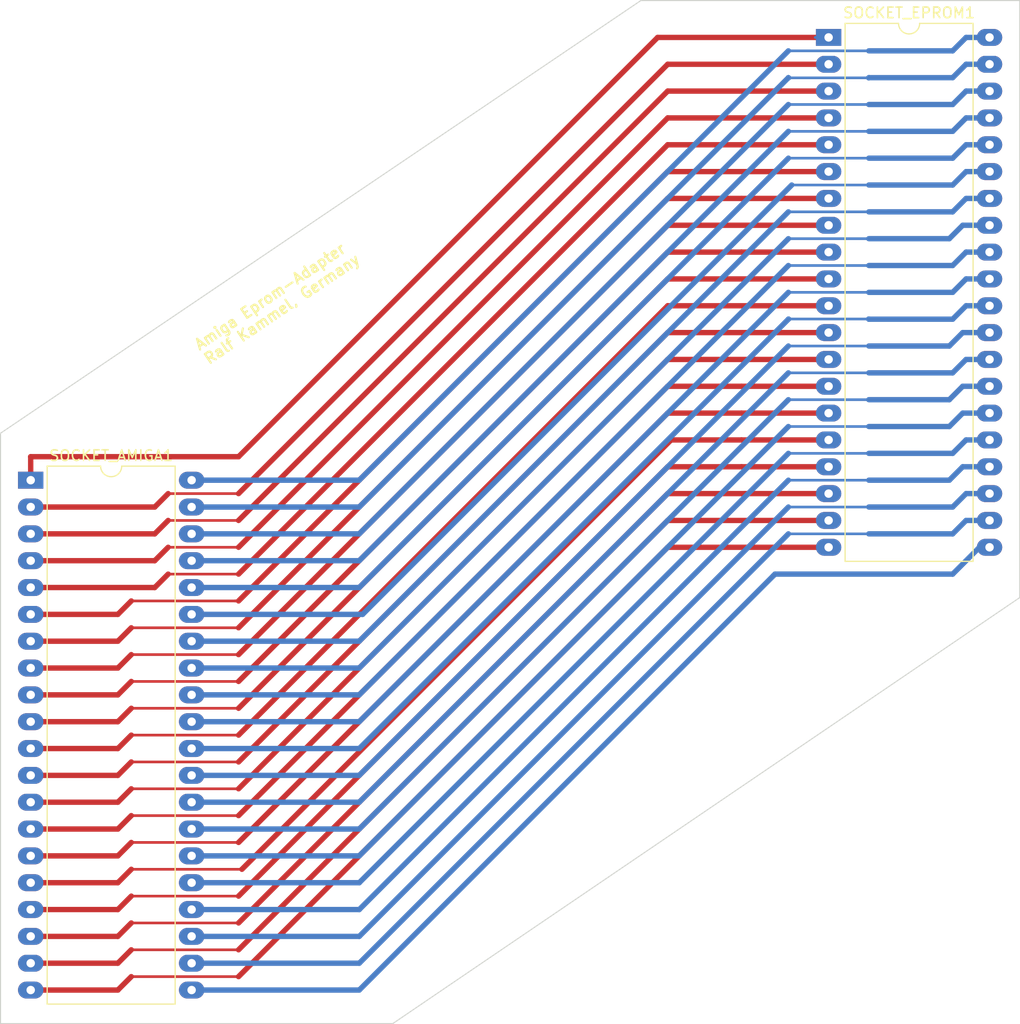
<source format=kicad_pcb>
(kicad_pcb (version 20221018) (generator pcbnew)
  (layers (0 "F.Cu" signal) (31 "B.Cu" signal) (34 "B.Paste" user) (35 "F.Paste" user) (36 "B.SilkS" user "B.Silkscreen") (37 "F.SilkS" user "F.Silkscreen") (38 "B.Mask" user) (39 "F.Mask" user) (44 "Edge.Cuts" user))
  (net 0 "")
  (net 1 "/A17")
  (net 2 "/A7")
  (net 3 "/A6")
  (net 4 "/A5")
  (net 5 "/A4")
  (net 6 "/A3")
  (net 7 "/A2")
  (net 8 "/A1")
  (net 9 "/A0")
  (net 10 "/~{E}")
  (net 11 "Net-(SOCKET_AMIGA1-Pad11)")
  (net 12 "/~{G}")
  (net 13 "/Q0")
  (net 14 "/Q8")
  (net 15 "/Q1")
  (net 16 "/Q9")
  (net 17 "/Q2")
  (net 18 "/Q10")
  (net 19 "/Q3")
  (net 20 "/Q11")
  (net 21 "Net-(SOCKET_AMIGA1-Pad21)")
  (net 22 "/Q4")
  (net 23 "/Q12")
  (net 24 "/Q5")
  (net 25 "/Q13")
  (net 26 "/Q6")
  (net 27 "/Q14")
  (net 28 "/Q7")
  (net 29 "/Q15")
  (net 30 "/A16")
  (net 31 "/A15")
  (net 32 "/A14")
  (net 33 "/A13")
  (net 34 "/A12")
  (net 35 "/A11")
  (net 36 "/A10")
  (net 37 "/A9")
  (net 38 "/A8")
  (net 39 "Net-(SOCKET_AMIGA1-Pad30)")
  (net 40 "Net-(SOCKET_AMIGA1-Pad31)")
  (footprint "Library:DIP-40_W15.24mm_LongPads" (layer "F.Cu") (at 176.53 38.735)
    (fp_text reference "SOCKET_EPROM1" (at 7.62 -2.33) (layer "F.SilkS"))
    (fp_text value "DIL40")
    (fp_line (start 1.56 -1.33) (end 1.56 49.59) (stroke (width 0.12)) (layer "F.SilkS"))
    (fp_line (start 1.56 49.59) (end 13.68 49.59) (stroke (width 0.12)) (layer "F.SilkS"))
    (fp_line (start 6.62 -1.33) (end 1.56 -1.33) (stroke (width 0.12)) (layer "F.SilkS"))
    (fp_line (start 13.68 -1.33) (end 8.62 -1.33) (stroke (width 0.12)) (layer "F.SilkS"))
    (fp_line (start 13.68 49.59) (end 13.68 -1.33) (stroke (width 0.12)) (layer "F.SilkS"))
    (fp_arc (start 8.62 -1.33) (mid 7.62 -0.33) (end 6.62 -1.33) (stroke (width 0.12)) (layer "F.SilkS"))
    (pad "1" thru_hole rect (at 0 0) (size 2.4 1.6) (drill 0.8) (layers "*.Cu" "*.Mask") (net 1 "/A17"))
    (pad "2" thru_hole oval (at 0 2.54) (size 2.4 1.6) (drill 0.8) (layers "*.Cu" "*.Mask") (net 2 "/A7"))
    (pad "3" thru_hole oval (at 0 5.08) (size 2.4 1.6) (drill 0.8) (layers "*.Cu" "*.Mask") (net 3 "/A6"))
    (pad "4" thru_hole oval (at 0 7.62) (size 2.4 1.6) (drill 0.8) (layers "*.Cu" "*.Mask") (net 4 "/A5"))
    (pad "5" thru_hole oval (at 0 10.16) (size 2.4 1.6) (drill 0.8) (layers "*.Cu" "*.Mask") (net 5 "/A4"))
    (pad "6" thru_hole oval (at 0 12.7) (size 2.4 1.6) (drill 0.8) (layers "*.Cu" "*.Mask") (net 6 "/A3"))
    (pad "7" thru_hole oval (at 0 15.24) (size 2.4 1.6) (drill 0.8) (layers "*.Cu" "*.Mask") (net 7 "/A2"))
    (pad "8" thru_hole oval (at 0 17.78) (size 2.4 1.6) (drill 0.8) (layers "*.Cu" "*.Mask") (net 8 "/A1"))
    (pad "9" thru_hole oval (at 0 20.32) (size 2.4 1.6) (drill 0.8) (layers "*.Cu" "*.Mask") (net 9 "/A0"))
    (pad "10" thru_hole oval (at 0 22.86) (size 2.4 1.6) (drill 0.8) (layers "*.Cu" "*.Mask") (net 10 "/~{E}"))
    (pad "11" thru_hole oval (at 0 25.4) (size 2.4 1.6) (drill 0.8) (layers "*.Cu" "*.Mask") (net 11 "Net-(SOCKET_AMIGA1-Pad11)"))
    (pad "12" thru_hole oval (at 0 27.94) (size 2.4 1.6) (drill 0.8) (layers "*.Cu" "*.Mask") (net 12 "/~{G}"))
    (pad "13" thru_hole oval (at 0 30.48) (size 2.4 1.6) (drill 0.8) (layers "*.Cu" "*.Mask") (net 13 "/Q0"))
    (pad "14" thru_hole oval (at 0 33.02) (size 2.4 1.6) (drill 0.8) (layers "*.Cu" "*.Mask") (net 14 "/Q8"))
    (pad "15" thru_hole oval (at 0 35.56) (size 2.4 1.6) (drill 0.8) (layers "*.Cu" "*.Mask") (net 15 "/Q1"))
    (pad "16" thru_hole oval (at 0 38.1) (size 2.4 1.6) (drill 0.8) (layers "*.Cu" "*.Mask") (net 16 "/Q9"))
    (pad "17" thru_hole oval (at 0 40.64) (size 2.4 1.6) (drill 0.8) (layers "*.Cu" "*.Mask") (net 17 "/Q2"))
    (pad "18" thru_hole oval (at 0 43.18) (size 2.4 1.6) (drill 0.8) (layers "*.Cu" "*.Mask") (net 18 "/Q10"))
    (pad "19" thru_hole oval (at 0 45.72) (size 2.4 1.6) (drill 0.8) (layers "*.Cu" "*.Mask") (net 19 "/Q3"))
    (pad "20" thru_hole oval (at 0 48.26) (size 2.4 1.6) (drill 0.8) (layers "*.Cu" "*.Mask") (net 20 "/Q11"))
    (pad "21" thru_hole oval (at 15.24 48.26) (size 2.4 1.6) (drill 0.8) (layers "*.Cu" "*.Mask") (net 21 "Net-(SOCKET_AMIGA1-Pad21)"))
    (pad "22" thru_hole oval (at 15.24 45.72) (size 2.4 1.6) (drill 0.8) (layers "*.Cu" "*.Mask") (net 22 "/Q4"))
    (pad "23" thru_hole oval (at 15.24 43.18) (size 2.4 1.6) (drill 0.8) (layers "*.Cu" "*.Mask") (net 23 "/Q12"))
    (pad "24" thru_hole oval (at 15.24 40.64) (size 2.4 1.6) (drill 0.8) (layers "*.Cu" "*.Mask") (net 24 "/Q5"))
    (pad "25" thru_hole oval (at 15.24 38.1) (size 2.4 1.6) (drill 0.8) (layers "*.Cu" "*.Mask") (net 25 "/Q13"))
    (pad "26" thru_hole oval (at 15.24 35.56) (size 2.4 1.6) (drill 0.8) (layers "*.Cu" "*.Mask") (net 26 "/Q6"))
    (pad "27" thru_hole oval (at 15.24 33.02) (size 2.4 1.6) (drill 0.8) (layers "*.Cu" "*.Mask") (net 27 "/Q14"))
    (pad "28" thru_hole oval (at 15.24 30.48) (size 2.4 1.6) (drill 0.8) (layers "*.Cu" "*.Mask") (net 28 "/Q7"))
    (pad "29" thru_hole oval (at 15.24 27.94) (size 2.4 1.6) (drill 0.8) (layers "*.Cu" "*.Mask") (net 29 "/Q15"))
    (pad "30" thru_hole oval (at 15.24 25.4) (size 2.4 1.6) (drill 0.8) (layers "*.Cu" "*.Mask") (net 39 "Net-(SOCKET_AMIGA1-Pad30)"))
    (pad "31" thru_hole oval (at 15.24 22.86) (size 2.4 1.6) (drill 0.8) (layers "*.Cu" "*.Mask") (net 40 "Net-(SOCKET_AMIGA1-Pad31)"))
    (pad "32" thru_hole oval (at 15.24 20.32) (size 2.4 1.6) (drill 0.8) (layers "*.Cu" "*.Mask") (net 30 "/A16"))
    (pad "33" thru_hole oval (at 15.24 17.78) (size 2.4 1.6) (drill 0.8) (layers "*.Cu" "*.Mask") (net 31 "/A15"))
    (pad "34" thru_hole oval (at 15.24 15.24) (size 2.4 1.6) (drill 0.8) (layers "*.Cu" "*.Mask") (net 32 "/A14"))
    (pad "35" thru_hole oval (at 15.24 12.7) (size 2.4 1.6) (drill 0.8) (layers "*.Cu" "*.Mask") (net 33 "/A13"))
    (pad "36" thru_hole oval (at 15.24 10.16) (size 2.4 1.6) (drill 0.8) (layers "*.Cu" "*.Mask") (net 34 "/A12"))
    (pad "37" thru_hole oval (at 15.24 7.62) (size 2.4 1.6) (drill 0.8) (layers "*.Cu" "*.Mask") (net 35 "/A11"))
    (pad "38" thru_hole oval (at 15.24 5.08) (size 2.4 1.6) (drill 0.8) (layers "*.Cu" "*.Mask") (net 36 "/A10"))
    (pad "39" thru_hole oval (at 15.24 2.54) (size 2.4 1.6) (drill 0.8) (layers "*.Cu" "*.Mask") (net 37 "/A9"))
    (pad "40" thru_hole oval (at 15.24 0) (size 2.4 1.6) (drill 0.8) (layers "*.Cu" "*.Mask") (net 38 "/A8"))
  )
  (footprint "Library:DIP-40_W15.24mm_LongPads" (layer "F.Cu") (at 100.965 80.645)
    (fp_text reference "SOCKET_AMIGA1" (at 7.62 -2.33) (layer "F.SilkS"))
    (fp_text value "DIL40")
    (fp_line (start 1.56 -1.33) (end 1.56 49.59) (stroke (width 0.12)) (layer "F.SilkS"))
    (fp_line (start 1.56 49.59) (end 13.68 49.59) (stroke (width 0.12)) (layer "F.SilkS"))
    (fp_line (start 6.62 -1.33) (end 1.56 -1.33) (stroke (width 0.12)) (layer "F.SilkS"))
    (fp_line (start 13.68 -1.33) (end 8.62 -1.33) (stroke (width 0.12)) (layer "F.SilkS"))
    (fp_line (start 13.68 49.59) (end 13.68 -1.33) (stroke (width 0.12)) (layer "F.SilkS"))
    (fp_arc (start 8.62 -1.33) (mid 7.62 -0.33) (end 6.62 -1.33) (stroke (width 0.12)) (layer "F.SilkS"))
    (pad "1" thru_hole rect (at 0 0) (size 2.4 1.6) (drill 0.8) (layers "*.Cu" "*.Mask") (net 1 "/A17"))
    (pad "2" thru_hole oval (at 0 2.54) (size 2.4 1.6) (drill 0.8) (layers "*.Cu" "*.Mask") (net 2 "/A7"))
    (pad "3" thru_hole oval (at 0 5.08) (size 2.4 1.6) (drill 0.8) (layers "*.Cu" "*.Mask") (net 3 "/A6"))
    (pad "4" thru_hole oval (at 0 7.62) (size 2.4 1.6) (drill 0.8) (layers "*.Cu" "*.Mask") (net 4 "/A5"))
    (pad "5" thru_hole oval (at 0 10.16) (size 2.4 1.6) (drill 0.8) (layers "*.Cu" "*.Mask") (net 5 "/A4"))
    (pad "6" thru_hole oval (at 0 12.7) (size 2.4 1.6) (drill 0.8) (layers "*.Cu" "*.Mask") (net 6 "/A3"))
    (pad "7" thru_hole oval (at 0 15.24) (size 2.4 1.6) (drill 0.8) (layers "*.Cu" "*.Mask") (net 7 "/A2"))
    (pad "8" thru_hole oval (at 0 17.78) (size 2.4 1.6) (drill 0.8) (layers "*.Cu" "*.Mask") (net 8 "/A1"))
    (pad "9" thru_hole oval (at 0 20.32) (size 2.4 1.6) (drill 0.8) (layers "*.Cu" "*.Mask") (net 9 "/A0"))
    (pad "10" thru_hole oval (at 0 22.86) (size 2.4 1.6) (drill 0.8) (layers "*.Cu" "*.Mask") (net 10 "/~{E}"))
    (pad "11" thru_hole oval (at 0 25.4) (size 2.4 1.6) (drill 0.8) (layers "*.Cu" "*.Mask") (net 11 "Net-(SOCKET_AMIGA1-Pad11)"))
    (pad "12" thru_hole oval (at 0 27.94) (size 2.4 1.6) (drill 0.8) (layers "*.Cu" "*.Mask") (net 12 "/~{G}"))
    (pad "13" thru_hole oval (at 0 30.48) (size 2.4 1.6) (drill 0.8) (layers "*.Cu" "*.Mask") (net 13 "/Q0"))
    (pad "14" thru_hole oval (at 0 33.02) (size 2.4 1.6) (drill 0.8) (layers "*.Cu" "*.Mask") (net 14 "/Q8"))
    (pad "15" thru_hole oval (at 0 35.56) (size 2.4 1.6) (drill 0.8) (layers "*.Cu" "*.Mask") (net 15 "/Q1"))
    (pad "16" thru_hole oval (at 0 38.1) (size 2.4 1.6) (drill 0.8) (layers "*.Cu" "*.Mask") (net 16 "/Q9"))
    (pad "17" thru_hole oval (at 0 40.64) (size 2.4 1.6) (drill 0.8) (layers "*.Cu" "*.Mask") (net 17 "/Q2"))
    (pad "18" thru_hole oval (at 0 43.18) (size 2.4 1.6) (drill 0.8) (layers "*.Cu" "*.Mask") (net 18 "/Q10"))
    (pad "19" thru_hole oval (at 0 45.72) (size 2.4 1.6) (drill 0.8) (layers "*.Cu" "*.Mask") (net 19 "/Q3"))
    (pad "20" thru_hole oval (at 0 48.26) (size 2.4 1.6) (drill 0.8) (layers "*.Cu" "*.Mask") (net 20 "/Q11"))
    (pad "21" thru_hole oval (at 15.24 48.26) (size 2.4 1.6) (drill 0.8) (layers "*.Cu" "*.Mask") (net 21 "Net-(SOCKET_AMIGA1-Pad21)"))
    (pad "22" thru_hole oval (at 15.24 45.72) (size 2.4 1.6) (drill 0.8) (layers "*.Cu" "*.Mask") (net 22 "/Q4"))
    (pad "23" thru_hole oval (at 15.24 43.18) (size 2.4 1.6) (drill 0.8) (layers "*.Cu" "*.Mask") (net 23 "/Q12"))
    (pad "24" thru_hole oval (at 15.24 40.64) (size 2.4 1.6) (drill 0.8) (layers "*.Cu" "*.Mask") (net 24 "/Q5"))
    (pad "25" thru_hole oval (at 15.24 38.1) (size 2.4 1.6) (drill 0.8) (layers "*.Cu" "*.Mask") (net 25 "/Q13"))
    (pad "26" thru_hole oval (at 15.24 35.56) (size 2.4 1.6) (drill 0.8) (layers "*.Cu" "*.Mask") (net 26 "/Q6"))
    (pad "27" thru_hole oval (at 15.24 33.02) (size 2.4 1.6) (drill 0.8) (layers "*.Cu" "*.Mask") (net 27 "/Q14"))
    (pad "28" thru_hole oval (at 15.24 30.48) (size 2.4 1.6) (drill 0.8) (layers "*.Cu" "*.Mask") (net 28 "/Q7"))
    (pad "29" thru_hole oval (at 15.24 27.94) (size 2.4 1.6) (drill 0.8) (layers "*.Cu" "*.Mask") (net 29 "/Q15"))
    (pad "30" thru_hole oval (at 15.24 25.4) (size 2.4 1.6) (drill 0.8) (layers "*.Cu" "*.Mask") (net 39 "Net-(SOCKET_AMIGA1-Pad30)"))
    (pad "31" thru_hole oval (at 15.24 22.86) (size 2.4 1.6) (drill 0.8) (layers "*.Cu" "*.Mask") (net 40 "Net-(SOCKET_AMIGA1-Pad31)"))
    (pad "32" thru_hole oval (at 15.24 20.32) (size 2.4 1.6) (drill 0.8) (layers "*.Cu" "*.Mask") (net 30 "/A16"))
    (pad "33" thru_hole oval (at 15.24 17.78) (size 2.4 1.6) (drill 0.8) (layers "*.Cu" "*.Mask") (net 31 "/A15"))
    (pad "34" thru_hole oval (at 15.24 15.24) (size 2.4 1.6) (drill 0.8) (layers "*.Cu" "*.Mask") (net 32 "/A14"))
    (pad "35" thru_hole oval (at 15.24 12.7) (size 2.4 1.6) (drill 0.8) (layers "*.Cu" "*.Mask") (net 33 "/A13"))
    (pad "36" thru_hole oval (at 15.24 10.16) (size 2.4 1.6) (drill 0.8) (layers "*.Cu" "*.Mask") (net 34 "/A12"))
    (pad "37" thru_hole oval (at 15.24 7.62) (size 2.4 1.6) (drill 0.8) (layers "*.Cu" "*.Mask") (net 35 "/A11"))
    (pad "38" thru_hole oval (at 15.24 5.08) (size 2.4 1.6) (drill 0.8) (layers "*.Cu" "*.Mask") (net 36 "/A10"))
    (pad "39" thru_hole oval (at 15.24 2.54) (size 2.4 1.6) (drill 0.8) (layers "*.Cu" "*.Mask") (net 37 "/A9"))
    (pad "40" thru_hole oval (at 15.24 0) (size 2.4 1.6) (drill 0.8) (layers "*.Cu" "*.Mask") (net 38 "/A8"))
  )
  (gr_line (start 98.1075 132.08) (end 135.255 132.08) (stroke (width 0.1)) (layer "Edge.Cuts"))
  (gr_line (start 194.6275 35.2425) (end 194.6275 91.7575) (stroke (width 0.1)) (layer "Edge.Cuts"))
  (gr_line (start 158.75 35.2425) (end 98.1075 76.2) (stroke (width 0.1)) (layer "Edge.Cuts"))
  (gr_line (start 194.6275 35.2425) (end 158.75 35.2425) (stroke (width 0.1)) (layer "Edge.Cuts"))
  (gr_line (start 98.1075 132.08) (end 98.1075 76.2) (stroke (width 0.1)) (layer "Edge.Cuts"))
  (gr_line (start 135.255 132.08) (end 194.6275 91.7575) (stroke (width 0.1)) (layer "Edge.Cuts"))
  (gr_text "Amiga Eprom-Adapter\nRalf Kammel, Germany" (at 117.7925 69.85 34) (layer "F.SilkS") (effects (font (size 1 1) (thickness 0.2) bold) (justify left bottom)))
  (segment (start 176.53 38.735) (end 160.3375 38.735) (width 0.508) (layer "F.Cu") (net 1))
  (segment (start 120.65 78.4225) (end 100.965 78.4225) (width 0.508) (layer "F.Cu") (net 1))
  (segment (start 100.965 78.4225) (end 100.965 80.645) (width 0.508) (layer "F.Cu") (net 1))
  (segment (start 160.3375 38.735) (end 120.65 78.4225) (width 0.508) (layer "F.Cu") (net 1))
  (segment (start 175.26 38.735) (end 176.53 38.735) (width 0.25) (layer "B.Cu") (net 1))
  (segment (start 112.7125 83.185) (end 101.0825 83.185) (width 0.508) (layer "F.Cu") (net 2))
  (segment (start 161.29 41.275) (end 176.53 41.275) (width 0.508) (layer "F.Cu") (net 2))
  (segment (start 120.65 81.915) (end 161.29 41.275) (width 0.508) (layer "F.Cu") (net 2))
  (segment (start 113.9825 81.915) (end 112.7125 83.185) (width 0.508) (layer "F.Cu") (net 2))
  (segment (start 113.9825 81.915) (end 120.65 81.915) (width 0.25) (layer "F.Cu") (net 2))
  (segment (start 161.29 43.815) (end 176.53 43.815) (width 0.508) (layer "F.Cu") (net 3))
  (segment (start 113.9825 84.455) (end 112.7125 85.725) (width 0.508) (layer "F.Cu") (net 3))
  (segment (start 120.65 84.455) (end 161.29 43.815) (width 0.508) (layer "F.Cu") (net 3))
  (segment (start 113.9825 84.455) (end 120.65 84.455) (width 0.25) (layer "F.Cu") (net 3))
  (segment (start 112.7125 85.725) (end 101.0825 85.725) (width 0.508) (layer "F.Cu") (net 3))
  (segment (start 113.9825 86.995) (end 112.7125 88.265) (width 0.508) (layer "F.Cu") (net 4))
  (segment (start 112.7125 88.265) (end 101.0825 88.265) (width 0.508) (layer "F.Cu") (net 4))
  (segment (start 161.29 46.355) (end 176.53 46.355) (width 0.508) (layer "F.Cu") (net 4))
  (segment (start 113.9825 86.995) (end 120.65 86.995) (width 0.25) (layer "F.Cu") (net 4))
  (segment (start 120.65 86.995) (end 161.29 46.355) (width 0.508) (layer "F.Cu") (net 4))
  (segment (start 176.53 48.895) (end 168.275 48.895) (width 0.508) (layer "F.Cu") (net 5))
  (segment (start 120.65 89.535) (end 161.29 48.895) (width 0.508) (layer "F.Cu") (net 5))
  (segment (start 113.9825 89.535) (end 112.7125 90.805) (width 0.508) (layer "F.Cu") (net 5))
  (segment (start 113.9825 89.535) (end 120.65 89.535) (width 0.25) (layer "F.Cu") (net 5))
  (segment (start 112.7125 90.805) (end 101.0825 90.805) (width 0.508) (layer "F.Cu") (net 5))
  (segment (start 161.29 48.895) (end 168.275 48.895) (width 0.508) (layer "F.Cu") (net 5))
  (segment (start 176.53 51.435) (end 161.29 51.435) (width 0.508) (layer "F.Cu") (net 6))
  (segment (start 120.3325 92.075) (end 120.65 92.075) (width 0.25) (layer "F.Cu") (net 6))
  (segment (start 161.29 51.435) (end 120.65 92.075) (width 0.508) (layer "F.Cu") (net 6))
  (segment (start 109.22 93.345) (end 110.49 92.075) (width 0.508) (layer "F.Cu") (net 6))
  (segment (start 110.49 92.075) (end 120.3325 92.075) (width 0.25) (layer "F.Cu") (net 6))
  (segment (start 101.0825 93.345) (end 109.22 93.345) (width 0.508) (layer "F.Cu") (net 6))
  (segment (start 101.0825 95.885) (end 109.22 95.885) (width 0.508) (layer "F.Cu") (net 7))
  (segment (start 161.29 53.975) (end 168.275 53.975) (width 0.508) (layer "F.Cu") (net 7))
  (segment (start 110.49 94.615) (end 120.65 94.615) (width 0.25) (layer "F.Cu") (net 7))
  (segment (start 109.22 95.885) (end 110.49 94.615) (width 0.508) (layer "F.Cu") (net 7))
  (segment (start 120.65 94.615) (end 161.29 53.975) (width 0.508) (layer "F.Cu") (net 7))
  (segment (start 176.53 53.975) (end 168.275 53.975) (width 0.508) (layer "F.Cu") (net 7))
  (segment (start 161.29 56.515) (end 120.65 97.155) (width 0.508) (layer "F.Cu") (net 8))
  (segment (start 176.53 56.515) (end 161.29 56.515) (width 0.508) (layer "F.Cu") (net 8))
  (segment (start 109.22 98.425) (end 110.49 97.155) (width 0.508) (layer "F.Cu") (net 8))
  (segment (start 101.0825 98.425) (end 109.22 98.425) (width 0.508) (layer "F.Cu") (net 8))
  (segment (start 110.49 97.155) (end 120.65 97.155) (width 0.25) (layer "F.Cu") (net 8))
  (segment (start 101.0825 100.965) (end 109.22 100.965) (width 0.508) (layer "F.Cu") (net 9))
  (segment (start 120.65 99.695) (end 161.29 59.055) (width 0.508) (layer "F.Cu") (net 9))
  (segment (start 109.22 100.965) (end 110.49 99.695) (width 0.508) (layer "F.Cu") (net 9))
  (segment (start 161.29 59.055) (end 168.275 59.055) (width 0.508) (layer "F.Cu") (net 9))
  (segment (start 110.49 99.695) (end 120.65 99.695) (width 0.25) (layer "F.Cu") (net 9))
  (segment (start 176.53 59.055) (end 168.275 59.055) (width 0.508) (layer "F.Cu") (net 9))
  (segment (start 176.53 61.595) (end 161.29 61.595) (width 0.508) (layer "F.Cu") (net 10))
  (segment (start 101.0825 103.505) (end 109.22 103.505) (width 0.508) (layer "F.Cu") (net 10))
  (segment (start 161.29 61.595) (end 120.65 102.235) (width 0.508) (layer "F.Cu") (net 10))
  (segment (start 110.49 102.235) (end 120.65 102.235) (width 0.25) (layer "F.Cu") (net 10))
  (segment (start 109.22 103.505) (end 110.49 102.235) (width 0.508) (layer "F.Cu") (net 10))
  (segment (start 100.965 106.045) (end 109.22 106.045) (width 0.508) (layer "F.Cu") (net 11))
  (segment (start 176.53 64.135) (end 161.29 64.135) (width 0.508) (layer "F.Cu") (net 11))
  (segment (start 110.49 104.775) (end 120.65 104.775) (width 0.25) (layer "F.Cu") (net 11))
  (segment (start 109.22 106.045) (end 110.49 104.775) (width 0.508) (layer "F.Cu") (net 11))
  (segment (start 161.29 64.135) (end 120.65 104.775) (width 0.508) (layer "F.Cu") (net 11))
  (segment (start 176.53 66.675) (end 168.275 66.675) (width 0.508) (layer "F.Cu") (net 12))
  (segment (start 110.49 107.315) (end 120.65 107.315) (width 0.25) (layer "F.Cu") (net 12))
  (segment (start 109.22 108.585) (end 110.49 107.315) (width 0.508) (layer "F.Cu") (net 12))
  (segment (start 120.65 107.315) (end 161.29 66.675) (width 0.508) (layer "F.Cu") (net 12))
  (segment (start 101.0825 108.585) (end 109.22 108.585) (width 0.508) (layer "F.Cu") (net 12))
  (segment (start 161.29 66.675) (end 168.275 66.675) (width 0.508) (layer "F.Cu") (net 12))
  (segment (start 176.53 69.215) (end 168.275 69.215) (width 0.508) (layer "F.Cu") (net 13))
  (segment (start 110.49 109.855) (end 120.65 109.855) (width 0.25) (layer "F.Cu") (net 13))
  (segment (start 120.65 109.855) (end 161.29 69.215) (width 0.508) (layer "F.Cu") (net 13))
  (segment (start 101.0825 111.125) (end 109.22 111.125) (width 0.508) (layer "F.Cu") (net 13))
  (segment (start 109.22 111.125) (end 110.49 109.855) (width 0.508) (layer "F.Cu") (net 13))
  (segment (start 161.29 69.215) (end 168.275 69.215) (width 0.508) (layer "F.Cu") (net 13))
  (segment (start 120.65 112.395) (end 161.29 71.755) (width 0.508) (layer "F.Cu") (net 14))
  (segment (start 109.22 113.665) (end 110.49 112.395) (width 0.508) (layer "F.Cu") (net 14))
  (segment (start 101.0825 113.665) (end 109.22 113.665) (width 0.508) (layer "F.Cu") (net 14))
  (segment (start 176.53 71.755) (end 168.275 71.755) (width 0.508) (layer "F.Cu") (net 14))
  (segment (start 161.29 71.755) (end 168.275 71.755) (width 0.508) (layer "F.Cu") (net 14))
  (segment (start 110.49 112.395) (end 120.65 112.395) (width 0.25) (layer "F.Cu") (net 14))
  (segment (start 101.0825 116.205) (end 109.22 116.205) (width 0.508) (layer "F.Cu") (net 15))
  (segment (start 109.22 116.205) (end 110.49 114.935) (width 0.508) (layer "F.Cu") (net 15))
  (segment (start 176.53 74.295) (end 168.275 74.295) (width 0.508) (layer "F.Cu") (net 15))
  (segment (start 110.49 114.935) (end 120.65 114.935) (width 0.25) (layer "F.Cu") (net 15))
  (segment (start 120.65 114.935) (end 161.29 74.295) (width 0.508) (layer "F.Cu") (net 15))
  (segment (start 161.29 74.295) (end 168.275 74.295) (width 0.508) (layer "F.Cu") (net 15))
  (segment (start 120.9675 117.475) (end 161.6075 76.835) (width 0.508) (layer "F.Cu") (net 16))
  (segment (start 110.49 117.475) (end 120.9675 117.475) (width 0.25) (layer "F.Cu") (net 16))
  (segment (start 161.6075 76.835) (end 168.275 76.835) (width 0.508) (layer "F.Cu") (net 16))
  (segment (start 109.22 118.745) (end 110.49 117.475) (width 0.508) (layer "F.Cu") (net 16))
  (segment (start 101.0825 118.745) (end 109.22 118.745) (width 0.508) (layer "F.Cu") (net 16))
  (segment (start 176.53 76.835) (end 168.275 76.835) (width 0.508) (layer "F.Cu") (net 16))
  (segment (start 161.29 79.375) (end 168.275 79.375) (width 0.508) (layer "F.Cu") (net 17))
  (segment (start 120.65 120.015) (end 161.29 79.375) (width 0.508) (layer "F.Cu") (net 17))
  (segment (start 101.0825 121.285) (end 109.22 121.285) (width 0.508) (layer "F.Cu") (net 17))
  (segment (start 110.49 120.015) (end 120.65 120.015) (width 0.25) (layer "F.Cu") (net 17))
  (segment (start 109.22 121.285) (end 110.49 120.015) (width 0.508) (layer "F.Cu") (net 17))
  (segment (start 176.53 79.375) (end 168.275 79.375) (width 0.508) (layer "F.Cu") (net 17))
  (segment (start 109.22 123.825) (end 110.49 122.555) (width 0.508) (layer "F.Cu") (net 18))
  (segment (start 161.29 81.915) (end 168.5925 81.915) (width 0.508) (layer "F.Cu") (net 18))
  (segment (start 101.0825 123.825) (end 109.22 123.825) (width 0.508) (layer "F.Cu") (net 18))
  (segment (start 176.53 81.915) (end 168.5925 81.915) (width 0.508) (layer "F.Cu") (net 18))
  (segment (start 110.49 122.555) (end 120.65 122.555) (width 0.25) (layer "F.Cu") (net 18))
  (segment (start 120.65 122.555) (end 161.29 81.915) (width 0.508) (layer "F.Cu") (net 18))
  (segment (start 120.65 125.095) (end 161.29 84.455) (width 0.508) (layer "F.Cu") (net 19))
  (segment (start 110.49 125.095) (end 120.65 125.095) (width 0.25) (layer "F.Cu") (net 19))
  (segment (start 109.22 126.365) (end 110.49 125.095) (width 0.508) (layer "F.Cu") (net 19))
  (segment (start 101.0825 126.365) (end 109.22 126.365) (width 0.508) (layer "F.Cu") (net 19))
  (segment (start 161.29 84.455) (end 176.53 84.455) (width 0.508) (layer "F.Cu") (net 19))
  (segment (start 101.0825 128.905) (end 109.22 128.905) (width 0.508) (layer "F.Cu") (net 20))
  (segment (start 161.29 86.995) (end 176.53 86.995) (width 0.508) (layer "F.Cu") (net 20))
  (segment (start 110.49 127.635) (end 120.65 127.635) (width 0.25) (layer "F.Cu") (net 20))
  (segment (start 120.65 127.635) (end 161.29 86.995) (width 0.508) (layer "F.Cu") (net 20))
  (segment (start 109.22 128.905) (end 110.49 127.635) (width 0.508) (layer "F.Cu") (net 20))
  (segment (start 188.2775 89.535) (end 171.45 89.535) (width 0.508) (layer "B.Cu") (net 21))
  (segment (start 190.8175 86.995) (end 188.2775 89.535) (width 0.508) (layer "B.Cu") (net 21))
  (segment (start 191.77 86.995) (end 190.8175 86.995) (width 0.508) (layer "B.Cu") (net 21))
  (segment (start 171.45 89.535) (end 171.29125 89.69375) (width 0.508) (layer "B.Cu") (net 21))
  (segment (start 116.3225 128.905) (end 132.08 128.905) (width 0.508) (layer "B.Cu") (net 21))
  (segment (start 132.08 128.905) (end 171.29125 89.69375) (width 0.508) (layer "B.Cu") (net 21))
  (segment (start 191.77 84.455) (end 189.5475 84.455) (width 0.508) (layer "B.Cu") (net 22))
  (segment (start 172.72 85.725) (end 132.08 126.365) (width 0.508) (layer "B.Cu") (net 22))
  (segment (start 188.2775 85.725) (end 180.34 85.725) (width 0.508) (layer "B.Cu") (net 22))
  (segment (start 189.5475 84.455) (end 188.2775 85.725) (width 0.508) (layer "B.Cu") (net 22))
  (segment (start 116.3225 126.365) (end 132.08 126.365) (width 0.508) (layer "B.Cu") (net 22))
  (segment (start 172.72 85.725) (end 180.34 85.725) (width 0.25) (layer "B.Cu") (net 22))
  (segment (start 132.08 123.825) (end 172.72 83.185) (width 0.508) (layer "B.Cu") (net 23))
  (segment (start 189.5475 81.915) (end 188.2775 83.185) (width 0.508) (layer "B.Cu") (net 23))
  (segment (start 116.3225 123.825) (end 132.08 123.825) (width 0.508) (layer "B.Cu") (net 23))
  (segment (start 188.2775 83.185) (end 180.34 83.185) (width 0.508) (layer "B.Cu") (net 23))
  (segment (start 191.77 81.915) (end 189.5475 81.915) (width 0.508) (layer "B.Cu") (net 23))
  (segment (start 172.72 83.185) (end 180.34 83.185) (width 0.25) (layer "B.Cu") (net 23))
  (segment (start 191.77 79.375) (end 189.23 79.375) (width 0.508) (layer "B.Cu") (net 24))
  (segment (start 172.72 80.645) (end 180.34 80.645) (width 0.25) (layer "B.Cu") (net 24))
  (segment (start 187.96 80.645) (end 180.34 80.645) (width 0.508) (layer "B.Cu") (net 24))
  (segment (start 189.23 79.375) (end 187.96 80.645) (width 0.508) (layer "B.Cu") (net 24))
  (segment (start 132.08 121.285) (end 116.3225 121.285) (width 0.508) (layer "B.Cu") (net 24))
  (segment (start 172.72 80.645) (end 132.08 121.285) (width 0.508) (layer "B.Cu") (net 24))
  (segment (start 189.5475 76.835) (end 188.2775 78.105) (width 0.508) (layer "B.Cu") (net 25))
  (segment (start 188.2775 78.105) (end 180.34 78.105) (width 0.508) (layer "B.Cu") (net 25))
  (segment (start 172.72 78.105) (end 132.08 118.745) (width 0.508) (layer "B.Cu") (net 25))
  (segment (start 172.72 78.105) (end 180.34 78.105) (width 0.25) (layer "B.Cu") (net 25))
  (segment (start 191.77 76.835) (end 189.5475 76.835) (width 0.508) (layer "B.Cu") (net 25))
  (segment (start 116.3225 118.745) (end 132.08 118.745) (width 0.508) (layer "B.Cu") (net 25))
  (segment (start 172.72 75.565) (end 180.34 75.565) (width 0.25) (layer "B.Cu") (net 26))
  (segment (start 187.96 75.565) (end 180.34 75.565) (width 0.508) (layer "B.Cu") (net 26))
  (segment (start 189.23 74.295) (end 191.77 74.295) (width 0.508) (layer "B.Cu") (net 26))
  (segment (start 116.3225 116.205) (end 132.08 116.205) (width 0.508) (layer "B.Cu") (net 26))
  (segment (start 132.08 116.205) (end 172.72 75.565) (width 0.508) (layer "B.Cu") (net 26))
  (segment (start 187.96 75.565) (end 189.23 74.295) (width 0.508) (layer "B.Cu") (net 26))
  (segment (start 189.23 71.755) (end 187.96 73.025) (width 0.508) (layer "B.Cu") (net 27))
  (segment (start 132.08 113.665) (end 116.3225 113.665) (width 0.508) (layer "B.Cu") (net 27))
  (segment (start 187.96 73.025) (end 180.34 73.025) (width 0.508) (layer "B.Cu") (net 27))
  (segment (start 172.72 73.025) (end 132.08 113.665) (width 0.508) (layer "B.Cu") (net 27))
  (segment (start 172.72 73.025) (end 180.34 73.025) (width 0.25) (layer "B.Cu") (net 27))
  (segment (start 191.77 71.755) (end 189.23 71.755) (width 0.508) (layer "B.Cu") (net 27))
  (segment (start 188.2775 70.485) (end 180.34 70.485) (width 0.508) (layer "B.Cu") (net 28))
  (segment (start 172.72 70.485) (end 180.34 70.485) (width 0.25) (layer "B.Cu") (net 28))
  (segment (start 189.5475 69.215) (end 188.2775 70.485) (width 0.508) (layer "B.Cu") (net 28))
  (segment (start 116.3225 111.125) (end 132.08 111.125) (width 0.508) (layer "B.Cu") (net 28))
  (segment (start 132.08 111.125) (end 172.72 70.485) (width 0.508) (layer "B.Cu") (net 28))
  (segment (start 191.77 69.215) (end 189.5475 69.215) (width 0.508) (layer "B.Cu") (net 28))
  (segment (start 172.72 67.945) (end 180.34 67.945) (width 0.25) (layer "B.Cu") (net 29))
  (segment (start 187.96 67.945) (end 180.34 67.945) (width 0.508) (layer "B.Cu") (net 29))
  (segment (start 189.23 66.675) (end 187.96 67.945) (width 0.508) (layer "B.Cu") (net 29))
  (segment (start 191.77 66.675) (end 189.23 66.675) (width 0.508) (layer "B.Cu") (net 29))
  (segment (start 132.08 108.585) (end 116.3225 108.585) (width 0.508) (layer "B.Cu") (net 29))
  (segment (start 172.72 67.945) (end 132.08 108.585) (width 0.508) (layer "B.Cu") (net 29))
  (segment (start 188.2775 60.325) (end 180.34 60.325) (width 0.508) (layer "B.Cu") (net 30))
  (segment (start 132.08 100.965) (end 116.3225 100.965) (width 0.508) (layer "B.Cu") (net 30))
  (segment (start 172.72 60.325) (end 180.34 60.325) (width 0.25) (layer "B.Cu") (net 30))
  (segment (start 189.5475 59.055) (end 188.2775 60.325) (width 0.508) (layer "B.Cu") (net 30))
  (segment (start 191.77 59.055) (end 189.5475 59.055) (width 0.508) (layer "B.Cu") (net 30))
  (segment (start 172.72 60.325) (end 132.08 100.965) (width 0.508) (layer "B.Cu") (net 30))
  (segment (start 187.96 57.785) (end 189.23 56.515) (width 0.508) (layer "B.Cu") (net 31))
  (segment (start 116.3225 98.425) (end 132.08 98.425) (width 0.508) (layer "B.Cu") (net 31))
  (segment (start 172.72 57.785) (end 180.34 57.785) (width 0.25) (layer "B.Cu") (net 31))
  (segment (start 132.08 98.425) (end 172.72 57.785) (width 0.508) (layer "B.Cu") (net 31))
  (segment (start 189.23 56.515) (end 191.77 56.515) (width 0.508) (layer "B.Cu") (net 31))
  (segment (start 187.96 57.785) (end 180.34 57.785) (width 0.508) (layer "B.Cu") (net 31))
  (segment (start 132.08 95.885) (end 172.72 55.245) (width 0.508) (layer "B.Cu") (net 32))
  (segment (start 172.72 55.245) (end 180.34 55.245) (width 0.25) (layer "B.Cu") (net 32))
  (segment (start 188.2775 55.245) (end 180.34 55.245) (width 0.508) (layer "B.Cu") (net 32))
  (segment (start 191.77 53.975) (end 189.5475 53.975) (width 0.508) (layer "B.Cu") (net 32))
  (segment (start 189.5475 53.975) (end 188.2775 55.245) (width 0.508) (layer "B.Cu") (net 32))
  (segment (start 116.3225 95.885) (end 132.08 95.885) (width 0.508) (layer "B.Cu") (net 32))
  (segment (start 188.2775 52.705) (end 180.34 52.705) (width 0.508) (layer "B.Cu") (net 33))
  (segment (start 173.0375 52.705) (end 180.34 52.705) (width 0.25) (layer "B.Cu") (net 33))
  (segment (start 132.3975 93.345) (end 116.3225 93.345) (width 0.508) (layer "B.Cu") (net 33))
  (segment (start 173.0375 52.705) (end 132.3975 93.345) (width 0.508) (layer "B.Cu") (net 33))
  (segment (start 189.5475 51.435) (end 188.2775 52.705) (width 0.508) (layer "B.Cu") (net 33))
  (segment (start 191.77 51.435) (end 189.5475 51.435) (width 0.508) (layer "B.Cu") (net 33))
  (segment (start 172.72 50.165) (end 132.08 90.805) (width 0.508) (layer "B.Cu") (net 34))
  (segment (start 188.2775 50.165) (end 180.34 50.165) (width 0.508) (layer "B.Cu") (net 34))
  (segment (start 116.3225 90.805) (end 132.08 90.805) (width 0.508) (layer "B.Cu") (net 34))
  (segment (start 189.5475 48.895) (end 188.2775 50.165) (width 0.508) (layer "B.Cu") (net 34))
  (segment (start 191.77 48.895) (end 189.5475 48.895) (width 0.508) (layer "B.Cu") (net 34))
  (segment (start 172.72 50.165) (end 180.34 50.165) (width 0.25) (layer "B.Cu") (net 34))
  (segment (start 132.08 88.265) (end 172.72 47.625) (width 0.508) (layer "B.Cu") (net 35))
  (segment (start 188.2775 47.625) (end 180.34 47.625) (width 0.508) (layer "B.Cu") (net 35))
  (segment (start 188.2775 47.625) (end 189.5475 46.355) (width 0.508) (layer "B.Cu") (net 35))
  (segment (start 189.5475 46.355) (end 191.77 46.355) (width 0.508) (layer "B.Cu") (net 35))
  (segment (start 116.3225 88.265) (end 132.08 88.265) (width 0.508) (layer "B.Cu") (net 35))
  (segment (start 172.72 47.625) (end 180.34 47.625) (width 0.25) (layer "B.Cu") (net 35))
  (segment (start 172.72 45.085) (end 132.08 85.725) (width 0.508) (layer "B.Cu") (net 36))
  (segment (start 191.77 43.815) (end 189.5475 43.815) (width 0.508) (layer "B.Cu") (net 36))
  (segment (start 188.2775 45.085) (end 180.34 45.085) (width 0.508) (layer "B.Cu") (net 36))
  (segment (start 189.5475 43.815) (end 188.2775 45.085) (width 0.508) (layer "B.Cu") (net 36))
  (segment (start 116.3225 85.725) (end 132.08 85.725) (width 0.508) (layer "B.Cu") (net 36))
  (segment (start 172.72 45.085) (end 180.34 45.085) (width 0.25) (layer "B.Cu") (net 36))
  (segment (start 172.72 42.545) (end 132.08 83.185) (width 0.508) (layer "B.Cu") (net 37))
  (segment (start 132.08 83.185) (end 116.3225 83.185) (width 0.508) (layer "B.Cu") (net 37))
  (segment (start 188.2775 42.545) (end 180.34 42.545) (width 0.508) (layer "B.Cu") (net 37))
  (segment (start 191.77 41.275) (end 189.5475 41.275) (width 0.508) (layer "B.Cu") (net 37))
  (segment (start 172.72 42.545) (end 172.736 42.561) (width 0.508) (layer "B.Cu") (net 37))
  (segment (start 180.34 42.545) (end 180.324 42.561) (width 0.508) (layer "B.Cu") (net 37))
  (segment (start 172.736 42.561) (end 180.324 42.561) (width 0.25) (layer "B.Cu") (net 37))
  (segment (start 189.5475 41.275) (end 188.2775 42.545) (width 0.508) (layer "B.Cu") (net 37))
  (segment (start 132.08 80.645) (end 116.3225 80.645) (width 0.508) (layer "B.Cu") (net 38))
  (segment (start 188.2775 40.005) (end 180.34 40.005) (width 0.508) (layer "B.Cu") (net 38))
  (segment (start 191.77 38.735) (end 189.5475 38.735) (width 0.508) (layer "B.Cu") (net 38))
  (segment (start 189.5475 38.735) (end 188.2775 40.005) (width 0.508) (layer "B.Cu") (net 38))
  (segment (start 172.72 40.005) (end 132.08 80.645) (width 0.508) (layer "B.Cu") (net 38))
  (segment (start 172.72 40.005) (end 180.34 40.005) (width 0.25) (layer "B.Cu") (net 38))
  (segment (start 132.08 106.045) (end 116.3225 106.045) (width 0.508) (layer "B.Cu") (net 39))
  (segment (start 189.5475 64.135) (end 188.2775 65.405) (width 0.508) (layer "B.Cu") (net 39))
  (segment (start 172.72 65.405) (end 172.736 65.389) (width 0.508) (layer "B.Cu") (net 39))
  (segment (start 172.736 65.389) (end 180.324 65.389) (width 0.25) (layer "B.Cu") (net 39))
  (segment (start 172.72 65.405) (end 132.08 106.045) (width 0.508) (layer "B.Cu") (net 39))
  (segment (start 180.34 65.405) (end 180.324 65.389) (width 0.508) (layer "B.Cu") (net 39))
  (segment (start 188.2775 65.405) (end 180.34 65.405) (width 0.508) (layer "B.Cu") (net 39))
  (segment (start 191.77 64.135) (end 189.5475 64.135) (width 0.508) (layer "B.Cu") (net 39))
  (segment (start 191.77 61.595) (end 189.5475 61.595) (width 0.508) (layer "B.Cu") (net 40))
  (segment (start 132.08 103.505) (end 116.205 103.505) (width 0.508) (layer "B.Cu") (net 40))
  (segment (start 189.5475 61.595) (end 188.2775 62.865) (width 0.508) (layer "B.Cu") (net 40))
  (segment (start 188.2775 62.865) (end 180.34 62.865) (width 0.508) (layer "B.Cu") (net 40))
  (segment (start 172.72 62.865) (end 180.34 62.865) (width 0.25) (layer "B.Cu") (net 40))
  (segment (start 172.72 62.865) (end 132.08 103.505) (width 0.508) (layer "B.Cu") (net 40))
)
</source>
